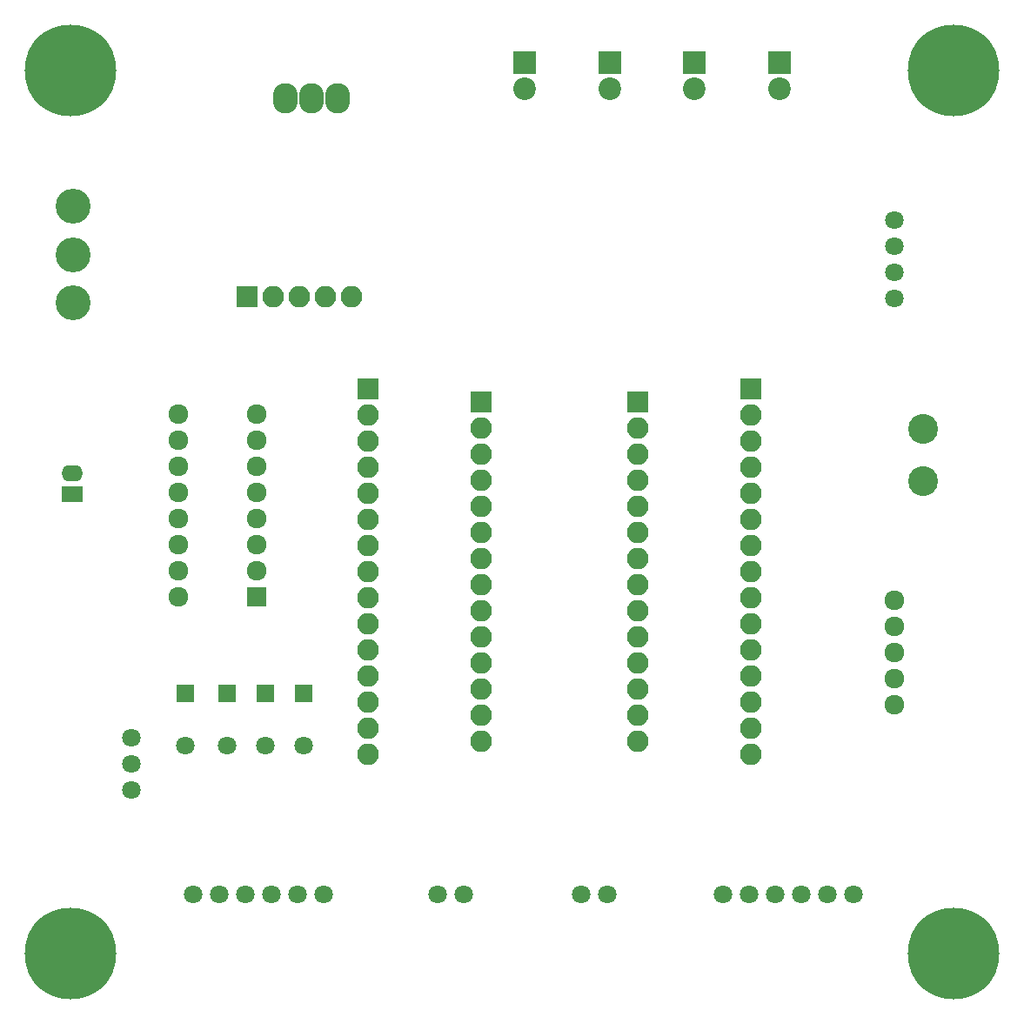
<source format=gbs>
G04 #@! TF.FileFunction,Soldermask,Bot*
%FSLAX46Y46*%
G04 Gerber Fmt 4.6, Leading zero omitted, Abs format (unit mm)*
G04 Created by KiCad (PCBNEW 4.0.7) date 02/07/18 15:21:04*
%MOMM*%
%LPD*%
G01*
G04 APERTURE LIST*
%ADD10C,0.100000*%
%ADD11R,1.797000X1.797000*%
%ADD12C,1.797000*%
%ADD13C,2.899360*%
%ADD14O,2.432000X2.940000*%
%ADD15C,3.400000*%
%ADD16R,1.924000X1.924000*%
%ADD17C,1.924000*%
%ADD18R,2.100000X2.100000*%
%ADD19O,2.100000X2.100000*%
%ADD20C,8.900000*%
%ADD21R,2.200000X2.200000*%
%ADD22C,2.200000*%
%ADD23R,2.100000X1.600000*%
%ADD24O,2.100000X1.600000*%
G04 APERTURE END LIST*
D10*
D11*
X107250000Y-99420000D03*
D12*
X107250000Y-104500000D03*
X172200000Y-119000000D03*
X169660000Y-119000000D03*
X167120000Y-119000000D03*
X164580000Y-119000000D03*
X162040000Y-119000000D03*
X159500000Y-119000000D03*
X120700000Y-119000000D03*
X118160000Y-119000000D03*
X115620000Y-119000000D03*
X113080000Y-119000000D03*
X110540000Y-119000000D03*
X108000000Y-119000000D03*
X102000000Y-108830000D03*
X102000000Y-106290000D03*
X102000000Y-103750000D03*
D13*
X179000000Y-73670000D03*
X179000000Y-78750000D03*
D14*
X119500000Y-41500000D03*
X122040000Y-41500000D03*
X116960000Y-41500000D03*
D15*
X96300000Y-61400000D03*
X96300000Y-56700000D03*
X96300000Y-52000000D03*
D16*
X114120000Y-90030000D03*
D17*
X114120000Y-87490000D03*
X114120000Y-84950000D03*
X114120000Y-82410000D03*
X114120000Y-79870000D03*
X114120000Y-77330000D03*
X114120000Y-74790000D03*
X114120000Y-72250000D03*
X106500000Y-72250000D03*
X106500000Y-74790000D03*
X106500000Y-77330000D03*
X106500000Y-79870000D03*
X106500000Y-82410000D03*
X106500000Y-84950000D03*
X106500000Y-87490000D03*
X106500000Y-90030000D03*
X176250000Y-90340000D03*
X176250000Y-92880000D03*
X176250000Y-95420000D03*
X176250000Y-97960000D03*
X176250000Y-100500000D03*
D12*
X176250000Y-53380000D03*
X176250000Y-55920000D03*
X176250000Y-58460000D03*
X176250000Y-61000000D03*
X148290000Y-119000000D03*
X145750000Y-119000000D03*
X134290000Y-119000000D03*
X131750000Y-119000000D03*
D18*
X162250000Y-69750000D03*
D19*
X162250000Y-72290000D03*
X162250000Y-74830000D03*
X162250000Y-77370000D03*
X162250000Y-79910000D03*
X162250000Y-82450000D03*
X162250000Y-84990000D03*
X162250000Y-87530000D03*
X162250000Y-90070000D03*
X162250000Y-92610000D03*
X162250000Y-95150000D03*
X162250000Y-97690000D03*
X162250000Y-100230000D03*
X162250000Y-102770000D03*
X162250000Y-105310000D03*
D18*
X125000000Y-69750000D03*
D19*
X125000000Y-72290000D03*
X125000000Y-74830000D03*
X125000000Y-77370000D03*
X125000000Y-79910000D03*
X125000000Y-82450000D03*
X125000000Y-84990000D03*
X125000000Y-87530000D03*
X125000000Y-90070000D03*
X125000000Y-92610000D03*
X125000000Y-95150000D03*
X125000000Y-97690000D03*
X125000000Y-100230000D03*
X125000000Y-102770000D03*
X125000000Y-105310000D03*
D20*
X96000000Y-38750000D03*
X182000000Y-124750000D03*
X96000000Y-124750000D03*
X182000000Y-38750000D03*
D18*
X113250000Y-60750000D03*
D19*
X115790000Y-60750000D03*
X118330000Y-60750000D03*
X120870000Y-60750000D03*
X123410000Y-60750000D03*
D18*
X151250000Y-71000000D03*
D19*
X151250000Y-73540000D03*
X151250000Y-76080000D03*
X151250000Y-78620000D03*
X151250000Y-81160000D03*
X151250000Y-83700000D03*
X151250000Y-86240000D03*
X151250000Y-88780000D03*
X151250000Y-91320000D03*
X151250000Y-93860000D03*
X151250000Y-96400000D03*
X151250000Y-98940000D03*
X151250000Y-101480000D03*
X151250000Y-104020000D03*
D18*
X136000000Y-71000000D03*
D19*
X136000000Y-73540000D03*
X136000000Y-76080000D03*
X136000000Y-78620000D03*
X136000000Y-81160000D03*
X136000000Y-83700000D03*
X136000000Y-86240000D03*
X136000000Y-88780000D03*
X136000000Y-91320000D03*
X136000000Y-93860000D03*
X136000000Y-96400000D03*
X136000000Y-98940000D03*
X136000000Y-101480000D03*
X136000000Y-104020000D03*
D21*
X165000000Y-38000000D03*
D22*
X165000000Y-40540000D03*
D21*
X156750000Y-38000000D03*
D22*
X156750000Y-40540000D03*
D21*
X148500000Y-38000000D03*
D22*
X148500000Y-40540000D03*
D21*
X140250000Y-38000000D03*
D22*
X140250000Y-40540000D03*
D11*
X111250000Y-99420000D03*
D12*
X111250000Y-104500000D03*
D11*
X115000000Y-99420000D03*
D12*
X115000000Y-104500000D03*
D11*
X118750000Y-99420000D03*
D12*
X118750000Y-104500000D03*
D23*
X96200000Y-80000000D03*
D24*
X96200000Y-78000000D03*
M02*

</source>
